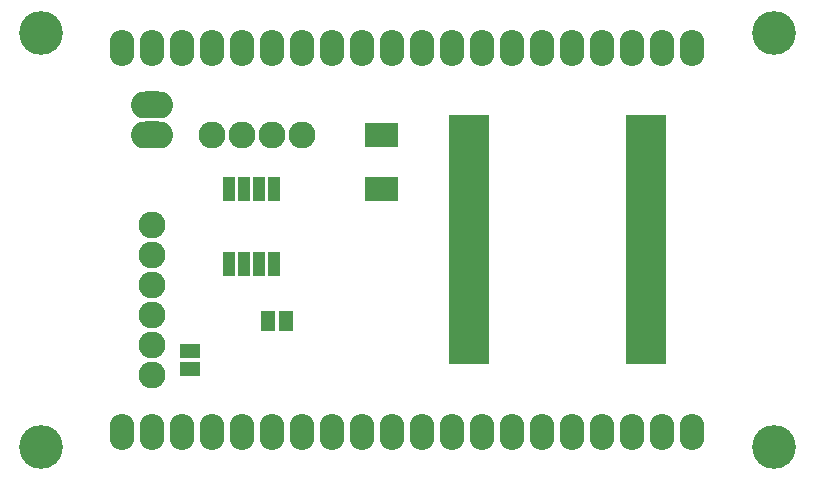
<source format=gbs>
G04 (created by PCBNEW-RS274X (2012-01-19 BZR 3256)-stable) date 18/05/2013 06:36:34*
G01*
G70*
G90*
%MOIN*%
G04 Gerber Fmt 3.4, Leading zero omitted, Abs format*
%FSLAX34Y34*%
G04 APERTURE LIST*
%ADD10C,0.006000*%
%ADD11R,0.138100X0.036000*%
%ADD12O,0.083000X0.120000*%
%ADD13R,0.040000X0.079100*%
%ADD14R,0.035000X0.083000*%
%ADD15C,0.090000*%
%ADD16R,0.065000X0.045000*%
%ADD17R,0.045000X0.065000*%
%ADD18C,0.146000*%
%ADD19O,0.140000X0.090000*%
G04 APERTURE END LIST*
G54D10*
G54D11*
X76953Y-38510D03*
X76953Y-38810D03*
X76953Y-39100D03*
X76953Y-39400D03*
X76953Y-39690D03*
X76953Y-39990D03*
X76953Y-40280D03*
X76953Y-40580D03*
X76953Y-40870D03*
X76953Y-41170D03*
X76953Y-41460D03*
X76953Y-41760D03*
X76953Y-42050D03*
X76953Y-42350D03*
X76953Y-42640D03*
X76953Y-42940D03*
X76953Y-43230D03*
X76953Y-43530D03*
X76953Y-43830D03*
X76953Y-44120D03*
X76953Y-44420D03*
X76953Y-44710D03*
X76953Y-45010D03*
X76953Y-45300D03*
X76953Y-45600D03*
X76953Y-45890D03*
X76953Y-46190D03*
X76953Y-46480D03*
X71047Y-46480D03*
X71047Y-46190D03*
X71047Y-45890D03*
X71047Y-45600D03*
X71047Y-45300D03*
X71047Y-45010D03*
X71047Y-44710D03*
X71047Y-44420D03*
X71047Y-44120D03*
X71047Y-43830D03*
X71047Y-43530D03*
X71047Y-43230D03*
X71047Y-42940D03*
X71047Y-42640D03*
X71047Y-42350D03*
X71047Y-42050D03*
X71047Y-41760D03*
X71047Y-41460D03*
X71047Y-41170D03*
X71047Y-40870D03*
X71047Y-40580D03*
X71047Y-40280D03*
X71047Y-39990D03*
X71047Y-39690D03*
X71047Y-39400D03*
X71047Y-39100D03*
X71047Y-38810D03*
X71047Y-38510D03*
G54D12*
X59500Y-48900D03*
X60500Y-48900D03*
X61500Y-48900D03*
X62500Y-48900D03*
X63500Y-48900D03*
X64500Y-48900D03*
X65500Y-48900D03*
X66500Y-48900D03*
X67500Y-48900D03*
X68500Y-48900D03*
X69500Y-48900D03*
X70500Y-48900D03*
X71500Y-48900D03*
X72500Y-48900D03*
X73500Y-48900D03*
X74500Y-48900D03*
X75500Y-48900D03*
X76500Y-48900D03*
X77500Y-48900D03*
X78500Y-48900D03*
X78500Y-36100D03*
X77500Y-36100D03*
X76500Y-36100D03*
X75500Y-36100D03*
X74500Y-36100D03*
X73500Y-36100D03*
X72500Y-36100D03*
X71500Y-36100D03*
X70500Y-36100D03*
X69500Y-36100D03*
X68500Y-36100D03*
X67500Y-36100D03*
X66500Y-36100D03*
X65500Y-36100D03*
X64500Y-36100D03*
X63500Y-36100D03*
X62500Y-36100D03*
X61500Y-36100D03*
X60500Y-36100D03*
X59500Y-36100D03*
G54D13*
X63050Y-43300D03*
X63550Y-43300D03*
X64050Y-43300D03*
X64550Y-43300D03*
X64550Y-40800D03*
X64050Y-40800D03*
X63550Y-40800D03*
X63050Y-40800D03*
G54D14*
X67766Y-38994D03*
X68022Y-38994D03*
X68278Y-38994D03*
X68534Y-38994D03*
X68534Y-40806D03*
X68278Y-40806D03*
X68022Y-40806D03*
X67766Y-40806D03*
G54D15*
X60500Y-44000D03*
X60500Y-43000D03*
X60500Y-42000D03*
X60500Y-47000D03*
X60500Y-46000D03*
X60500Y-45000D03*
G54D16*
X61750Y-46200D03*
X61750Y-46800D03*
G54D17*
X64950Y-45200D03*
X64350Y-45200D03*
G54D18*
X81205Y-35610D03*
X81205Y-49390D03*
X56795Y-49390D03*
X56795Y-35610D03*
G54D19*
X60500Y-38000D03*
X60500Y-39000D03*
G54D15*
X65500Y-39000D03*
X64500Y-39000D03*
X63500Y-39000D03*
X62500Y-39000D03*
M02*

</source>
